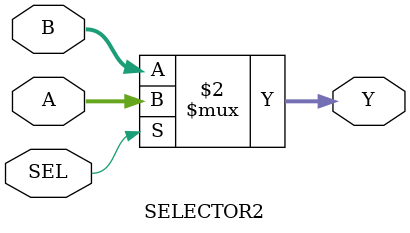
<source format=v>
module SELECTOR2(A,B,SEL,Y);
input [7:0] A;
input [7:0] B;
input SEL;
output [7:0] Y;

assign Y = (SEL==1'b1)?A:B;

endmodule
</source>
